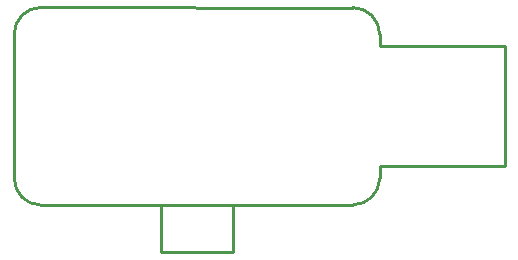
<source format=gko>
G04 Layer: BoardOutline*
G04 EasyEDA v6.3.53, 2020-06-10T18:14:14+08:00*
G04 70510a8a35ed4085a1cd130cdd61ad63,2a3559ba94084103b258dd4c46581d95,10*
G04 Gerber Generator version 0.2*
G04 Scale: 100 percent, Rotated: No, Reflected: No *
G04 Dimensions in inches *
G04 leading zeros omitted , absolute positions ,2 integer and 4 decimal *
%FSLAX24Y24*%
%MOIN*%
G90*
G70D02*

%ADD10C,0.010000*%
%ADD11C,0.009843*%
G54D10*
G01X12206Y6867D02*
G01X12206Y7267D01*
G01X12206Y2867D02*
G01X12206Y2467D01*
G01X856Y1567D02*
G01X11306Y1581D01*
G01X11306Y8154D02*
G01X906Y8167D01*
G01X6Y7267D02*
G01X0Y2461D01*
G01X16356Y6867D02*
G01X16356Y2867D01*
G01X16356Y2867D02*
G01X12206Y2867D01*
G01X16356Y6867D02*
G01X12206Y6867D01*
G01X7306Y1532D02*
G01X7306Y0D01*
G01X4895Y1544D02*
G01X4895Y11D01*
G54D11*
G01X4895Y11D02*
G01X4907Y0D01*
G01X7306Y0D01*
G54D10*
G75*
G01X11307Y1581D02*
G03X12193Y2468I0J887D01*
G01*
G75*
G01X900Y8161D02*
G03X13Y7275I0J-886D01*
G01*
G75*
G01X13Y2461D02*
G03X900Y1575I887J0D01*
G01*
G75*
G01X12193Y7268D02*
G03X11307Y8154I-886J0D01*
G01*

%LPD*%
M00*
M02*

</source>
